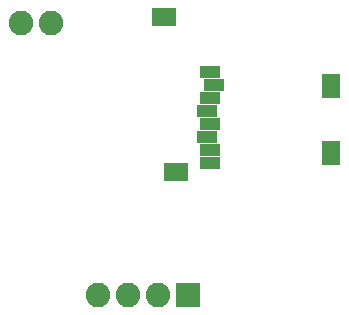
<source format=gbs>
G75*
G70*
%OFA0B0*%
%FSLAX24Y24*%
%IPPOS*%
%LPD*%
%AMOC8*
5,1,8,0,0,1.08239X$1,22.5*
%
%ADD10R,0.0631X0.0789*%
%ADD11R,0.0828X0.0631*%
%ADD12R,0.0671X0.0395*%
%ADD13R,0.0820X0.0820*%
%ADD14C,0.0820*%
D10*
X014229Y006059D03*
X014229Y008304D03*
D11*
X009052Y005430D03*
X008658Y010607D03*
D12*
X010174Y008772D03*
X010331Y008339D03*
X010174Y007906D03*
X010095Y007473D03*
X010174Y007040D03*
X010095Y006607D03*
X010174Y006174D03*
X010174Y005741D03*
D13*
X009464Y001319D03*
D14*
X006464Y001319D03*
X007464Y001319D03*
X008464Y001319D03*
X004874Y010386D03*
X003874Y010386D03*
M02*

</source>
